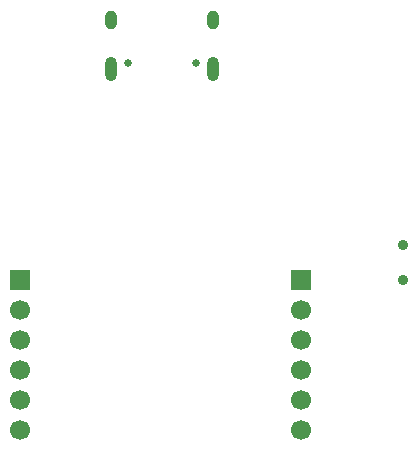
<source format=gbr>
%TF.GenerationSoftware,KiCad,Pcbnew,9.0.6*%
%TF.CreationDate,2026-01-08T21:46:16-05:00*%
%TF.ProjectId,espdroneea,65737064-726f-46e6-9565-612e6b696361,rev?*%
%TF.SameCoordinates,Original*%
%TF.FileFunction,Soldermask,Bot*%
%TF.FilePolarity,Negative*%
%FSLAX46Y46*%
G04 Gerber Fmt 4.6, Leading zero omitted, Abs format (unit mm)*
G04 Created by KiCad (PCBNEW 9.0.6) date 2026-01-08 21:46:16*
%MOMM*%
%LPD*%
G01*
G04 APERTURE LIST*
%ADD10C,0.900000*%
%ADD11C,0.650000*%
%ADD12O,1.000000X2.100000*%
%ADD13O,1.000000X1.600000*%
%ADD14R,1.700000X1.700000*%
%ADD15C,1.700000*%
G04 APERTURE END LIST*
D10*
%TO.C,SW1*%
X142900000Y-124000000D03*
X142900000Y-121000000D03*
%TD*%
D11*
%TO.C,J1*%
X125390000Y-105600000D03*
X119610000Y-105600000D03*
D12*
X126820000Y-106130000D03*
D13*
X126820000Y-101950000D03*
D12*
X118180000Y-106130000D03*
D13*
X118180000Y-101950000D03*
%TD*%
D14*
%TO.C,J7*%
X110500000Y-124000000D03*
D15*
X110500000Y-126540000D03*
X110500000Y-129080000D03*
X110500000Y-131620000D03*
X110500000Y-134160000D03*
X110500000Y-136700000D03*
%TD*%
D14*
%TO.C,J8*%
X134250000Y-124000000D03*
D15*
X134250000Y-126540000D03*
X134250000Y-129080000D03*
X134250000Y-131620000D03*
X134250000Y-134160000D03*
X134250000Y-136700000D03*
%TD*%
M02*

</source>
